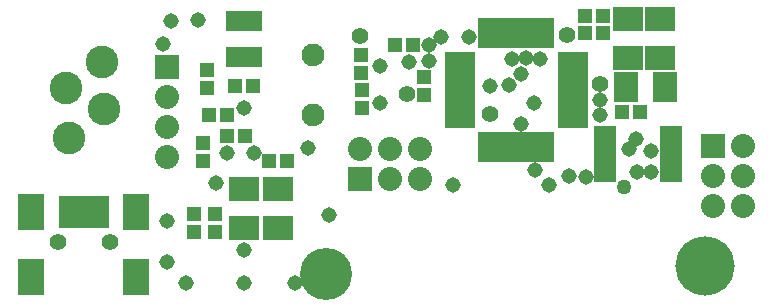
<source format=gts>
G04 (created by PCBNEW-RS274X (2011-11-27 BZR 3249)-stable) date 1/02/2012 11:26:42 p.m.*
G01*
G70*
G90*
%MOIN*%
G04 Gerber Fmt 3.4, Leading zero omitted, Abs format*
%FSLAX34Y34*%
G04 APERTURE LIST*
%ADD10C,0.006000*%
%ADD11C,0.173900*%
%ADD12C,0.197500*%
%ADD13C,0.108600*%
%ADD14C,0.076000*%
%ADD15R,0.080000X0.080000*%
%ADD16C,0.080000*%
%ADD17C,0.055400*%
%ADD18R,0.085600X0.118400*%
%ADD19R,0.039700X0.110600*%
%ADD20R,0.051500X0.045000*%
%ADD21R,0.100000X0.080000*%
%ADD22R,0.080000X0.100000*%
%ADD23R,0.120000X0.070000*%
%ADD24R,0.075000X0.037000*%
%ADD25R,0.098700X0.037700*%
%ADD26R,0.037700X0.098700*%
%ADD27R,0.045000X0.051500*%
%ADD28C,0.055000*%
%ADD29C,0.051500*%
%ADD30C,0.050000*%
G04 APERTURE END LIST*
G54D10*
G54D11*
X10828Y-09232D03*
G54D12*
X23478Y-08982D03*
G54D13*
X02166Y-03053D03*
G54D14*
X10398Y-03932D03*
X10398Y-01932D03*
G54D15*
X11978Y-06092D03*
G54D16*
X11978Y-05092D03*
X12978Y-06092D03*
X12978Y-05092D03*
X13978Y-06092D03*
X13978Y-05092D03*
G54D15*
X05538Y-02352D03*
G54D16*
X05538Y-03352D03*
X05538Y-04352D03*
X05538Y-05352D03*
G54D17*
X03622Y-08169D03*
X01890Y-08169D03*
G54D18*
X04488Y-09350D03*
X01004Y-09350D03*
X04508Y-07185D03*
X01004Y-07185D03*
G54D19*
X02756Y-07185D03*
X02441Y-07185D03*
X02126Y-07185D03*
X03071Y-07185D03*
X03386Y-07185D03*
G54D13*
X02264Y-04726D03*
X03445Y-03742D03*
X03347Y-02167D03*
G54D20*
X06418Y-07842D03*
X06418Y-07242D03*
X07138Y-07842D03*
X07138Y-07242D03*
G54D21*
X08088Y-07702D03*
X08088Y-06402D03*
X09238Y-07702D03*
X09238Y-06402D03*
G54D22*
X20838Y-03022D03*
X22138Y-03022D03*
G54D21*
X21968Y-00752D03*
X21968Y-02052D03*
X20908Y-00752D03*
X20908Y-02052D03*
G54D15*
X23728Y-04982D03*
G54D16*
X24728Y-04982D03*
X23728Y-05982D03*
X24728Y-05982D03*
X23728Y-06982D03*
X24728Y-06982D03*
G54D23*
X08098Y-00822D03*
X08098Y-02022D03*
G54D24*
X20128Y-04472D03*
X20128Y-04722D03*
X20128Y-04982D03*
X20128Y-05232D03*
X20128Y-05492D03*
X20128Y-05747D03*
X20128Y-06002D03*
X22328Y-06002D03*
X22328Y-05747D03*
X22328Y-05492D03*
X22328Y-05232D03*
X22328Y-04977D03*
X22328Y-04722D03*
X22328Y-04467D03*
G54D25*
X15282Y-04215D03*
X15282Y-03900D03*
X15282Y-03585D03*
X15282Y-03270D03*
X15282Y-02955D03*
X15282Y-02640D03*
X15282Y-02325D03*
X15282Y-02010D03*
X19048Y-02012D03*
X19048Y-04222D03*
X19048Y-03902D03*
X19048Y-03582D03*
X19048Y-03272D03*
X19048Y-02952D03*
X19048Y-02642D03*
X19048Y-02322D03*
G54D26*
X16066Y-01222D03*
X16380Y-01222D03*
X16696Y-01222D03*
X17010Y-01222D03*
X17326Y-01222D03*
X17640Y-01222D03*
X17956Y-01222D03*
X18270Y-01222D03*
X16068Y-05002D03*
X16378Y-05002D03*
X16698Y-05002D03*
X17008Y-05002D03*
X17318Y-05002D03*
X17638Y-05002D03*
X17958Y-05002D03*
X18278Y-05002D03*
G54D27*
X20078Y-00642D03*
X19478Y-00642D03*
X20078Y-01212D03*
X19478Y-01212D03*
G54D20*
X06718Y-05472D03*
X06718Y-04872D03*
G54D27*
X07538Y-03952D03*
X06938Y-03952D03*
X09518Y-05482D03*
X08918Y-05482D03*
X08138Y-04652D03*
X07538Y-04652D03*
G54D20*
X12018Y-03722D03*
X12018Y-03122D03*
G54D27*
X07798Y-02972D03*
X08398Y-02972D03*
G54D20*
X06858Y-02432D03*
X06858Y-03032D03*
X12008Y-01932D03*
X12008Y-02532D03*
G54D27*
X13118Y-01622D03*
X13718Y-01622D03*
X21284Y-03858D03*
X20684Y-03858D03*
G54D20*
X14098Y-02672D03*
X14098Y-03272D03*
G54D28*
X16308Y-03902D03*
G54D29*
X16308Y-02972D03*
G54D28*
X19976Y-02898D03*
X11978Y-01302D03*
X18878Y-01282D03*
G54D29*
X19978Y-03962D03*
X17958Y-02082D03*
X17318Y-02592D03*
X17328Y-04232D03*
X21654Y-05157D03*
X18937Y-05984D03*
X17788Y-05772D03*
X21668Y-05842D03*
X17018Y-02082D03*
X13588Y-02172D03*
X14268Y-01612D03*
X21178Y-04732D03*
G54D30*
X20758Y-06342D03*
G54D29*
X06558Y-00792D03*
X09788Y-09532D03*
X05528Y-08862D03*
X15078Y-06282D03*
X08088Y-09552D03*
X05518Y-07472D03*
X08088Y-03712D03*
X17758Y-03542D03*
X14248Y-02132D03*
X18258Y-06292D03*
X05658Y-00812D03*
X19488Y-06002D03*
X19978Y-03452D03*
X16928Y-02952D03*
X06178Y-09542D03*
X15598Y-01362D03*
X08088Y-08462D03*
X05408Y-01582D03*
G54D28*
X13528Y-03262D03*
G54D29*
X10937Y-07264D03*
X14658Y-01362D03*
X08425Y-05221D03*
X17488Y-02062D03*
X10236Y-05032D03*
X12638Y-03543D03*
X12638Y-02323D03*
X21188Y-05862D03*
X20928Y-05092D03*
X07528Y-05212D03*
X07168Y-06202D03*
M02*

</source>
